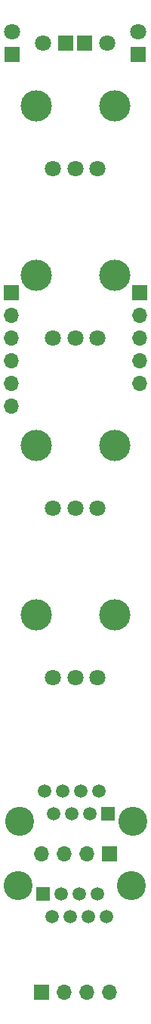
<source format=gbr>
%TF.GenerationSoftware,KiCad,Pcbnew,(6.0.11)*%
%TF.CreationDate,2023-03-10T16:44:35+00:00*%
%TF.ProjectId,QuadEnv_Controls,51756164-456e-4765-9f43-6f6e74726f6c,rev?*%
%TF.SameCoordinates,Original*%
%TF.FileFunction,Soldermask,Top*%
%TF.FilePolarity,Negative*%
%FSLAX46Y46*%
G04 Gerber Fmt 4.6, Leading zero omitted, Abs format (unit mm)*
G04 Created by KiCad (PCBNEW (6.0.11)) date 2023-03-10 16:44:35*
%MOMM*%
%LPD*%
G01*
G04 APERTURE LIST*
%ADD10C,3.500000*%
%ADD11C,1.800000*%
%ADD12R,1.700000X1.700000*%
%ADD13O,1.700000X1.700000*%
%ADD14R,1.500000X1.500000*%
%ADD15C,1.500000*%
%ADD16C,3.250000*%
%ADD17R,1.800000X1.800000*%
G04 APERTURE END LIST*
D10*
%TO.C,RV4*%
X63800000Y-110500000D03*
X55000000Y-110500000D03*
D11*
X56900000Y-117500000D03*
X59400000Y-117500000D03*
X61900000Y-117500000D03*
%TD*%
D10*
%TO.C,RV3*%
X63800000Y-91500000D03*
X55000000Y-91500000D03*
D11*
X56900000Y-98500000D03*
X59400000Y-98500000D03*
X61900000Y-98500000D03*
%TD*%
D10*
%TO.C,RV2*%
X63800000Y-72500000D03*
X55000000Y-72500000D03*
D11*
X56900000Y-79500000D03*
X59400000Y-79500000D03*
X61900000Y-79500000D03*
%TD*%
D10*
%TO.C,RV1*%
X63800000Y-53500000D03*
X55000000Y-53500000D03*
D11*
X56900000Y-60500000D03*
X59400000Y-60500000D03*
X61900000Y-60500000D03*
%TD*%
D12*
%TO.C,J4*%
X55600000Y-152700000D03*
D13*
X58140000Y-152700000D03*
X60680000Y-152700000D03*
X63220000Y-152700000D03*
%TD*%
D12*
%TO.C,J3*%
X63200000Y-137200000D03*
D13*
X60660000Y-137200000D03*
X58120000Y-137200000D03*
X55580000Y-137200000D03*
%TD*%
D12*
%TO.C,J2*%
X66600000Y-74400000D03*
D13*
X66600000Y-76940000D03*
X66600000Y-79480000D03*
X66600000Y-82020000D03*
X66600000Y-84560000D03*
%TD*%
D12*
%TO.C,J1*%
X52200000Y-74400000D03*
D13*
X52200000Y-76940000D03*
X52200000Y-79480000D03*
X52200000Y-82020000D03*
X52200000Y-84560000D03*
X52200000Y-87100000D03*
%TD*%
D14*
%TO.C,J6*%
X55770000Y-141690000D03*
D15*
X56790000Y-144230000D03*
X57800000Y-141690000D03*
X58820000Y-144230000D03*
X59830000Y-141690000D03*
X60850000Y-144230000D03*
X61850000Y-141690000D03*
X62880000Y-144230000D03*
D16*
X65670000Y-140800000D03*
X52970000Y-140800000D03*
%TD*%
%TO.C,J5*%
X65830000Y-133600000D03*
X53130000Y-133600000D03*
D15*
X55920000Y-130170000D03*
X56950000Y-132710000D03*
X57950000Y-130170000D03*
X58970000Y-132710000D03*
X59980000Y-130170000D03*
X61000000Y-132710000D03*
X62010000Y-130170000D03*
D14*
X63030000Y-132710000D03*
%TD*%
D11*
%TO.C,D1*%
X52300000Y-45230000D03*
D17*
X52300000Y-47770000D03*
%TD*%
%TO.C,D4*%
X66400000Y-47770000D03*
D11*
X66400000Y-45230000D03*
%TD*%
%TO.C,D3*%
X62970000Y-46500000D03*
D17*
X60430000Y-46500000D03*
%TD*%
D11*
%TO.C,D2*%
X55730000Y-46500000D03*
D17*
X58270000Y-46500000D03*
%TD*%
M02*

</source>
